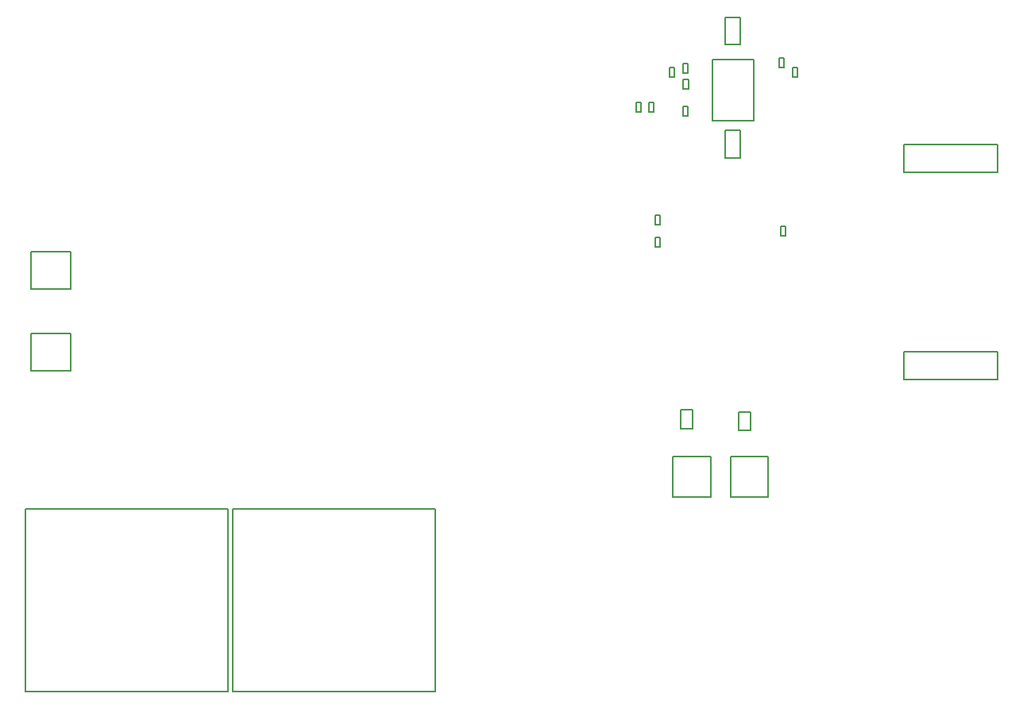
<source format=gko>
G04*
G04 #@! TF.GenerationSoftware,Altium Limited,Altium Designer,24.2.2 (26)*
G04*
G04 Layer_Color=16711935*
%FSLAX42Y42*%
%MOMM*%
G71*
G04*
G04 #@! TF.SameCoordinates,ABDA7C27-4DF7-4F6F-95E8-AD7B6B15C795*
G04*
G04*
G04 #@! TF.FilePolarity,Positive*
G04*
G01*
G75*
%ADD31C,0.15*%
%ADD32C,0.20*%
D31*
X256Y2990D02*
X2415D01*
X256Y1047D02*
Y2990D01*
Y1047D02*
X2415D01*
Y2990D01*
X2466D02*
X4625D01*
X2466Y1047D02*
Y2990D01*
Y1047D02*
X4625D01*
Y2990D01*
D32*
X10622Y4376D02*
Y4666D01*
X9622D02*
X10622D01*
X9622Y4376D02*
Y4666D01*
Y4376D02*
X10622D01*
Y6586D02*
Y6876D01*
X9622D02*
X10622D01*
X9622Y6586D02*
Y6876D01*
Y6586D02*
X10622D01*
X319Y5737D02*
X744D01*
X319Y5337D02*
Y5737D01*
Y5337D02*
X744D01*
Y5737D01*
X319Y4866D02*
X744D01*
X319Y4466D02*
Y4866D01*
Y4466D02*
X744D01*
Y4866D01*
X7775Y3123D02*
Y3548D01*
Y3123D02*
X8175D01*
Y3548D01*
X7775D02*
X8175D01*
X7163Y3123D02*
Y3548D01*
Y3123D02*
X7563D01*
Y3548D01*
X7163D02*
X7563D01*
X7580Y7135D02*
Y7785D01*
Y7135D02*
X8020D01*
Y7785D01*
X7580D02*
X8020D01*
X7880Y7942D02*
Y8232D01*
X7720D02*
X7880D01*
X7720Y7942D02*
Y8232D01*
Y7942D02*
X7880D01*
X6772Y7224D02*
X6822D01*
Y7324D01*
X6772D02*
X6822D01*
X6772Y7224D02*
Y7324D01*
X6909D02*
X6959D01*
X6909Y7224D02*
Y7324D01*
Y7224D02*
X6959D01*
Y7324D01*
X8441Y7703D02*
X8491D01*
X8441Y7603D02*
Y7703D01*
Y7603D02*
X8491D01*
Y7703D01*
X7272Y7470D02*
X7327D01*
Y7575D01*
X7272D02*
X7327D01*
X7272Y7470D02*
Y7575D01*
X7267Y7284D02*
X7317D01*
X7267Y7184D02*
Y7284D01*
Y7184D02*
X7317D01*
Y7284D01*
X7125Y7701D02*
X7180D01*
X7125Y7596D02*
Y7701D01*
Y7596D02*
X7180D01*
Y7701D01*
X8294Y7699D02*
X8343D01*
Y7799D01*
X8294D02*
X8343D01*
X8294Y7699D02*
Y7799D01*
X7267Y7641D02*
X7317D01*
Y7741D01*
X7267D02*
X7317D01*
X7267Y7641D02*
Y7741D01*
X7720Y6738D02*
Y7028D01*
Y6738D02*
X7880D01*
Y7028D01*
X7720D02*
X7880D01*
X6975Y5789D02*
X7025D01*
Y5889D01*
X6975D02*
X7025D01*
X6975Y5789D02*
Y5889D01*
Y6028D02*
X7025D01*
Y6128D01*
X6975D02*
X7025D01*
X6975Y6028D02*
Y6128D01*
X8314Y5908D02*
X8364D01*
Y6008D01*
X8314D02*
X8364D01*
X8314Y5908D02*
Y6008D01*
X7865Y4029D02*
X7990D01*
X7865Y3829D02*
Y4029D01*
Y3829D02*
X7990D01*
Y4029D01*
X7245Y4048D02*
X7370D01*
X7245Y3848D02*
Y4048D01*
Y3848D02*
X7370D01*
Y4048D01*
M02*

</source>
